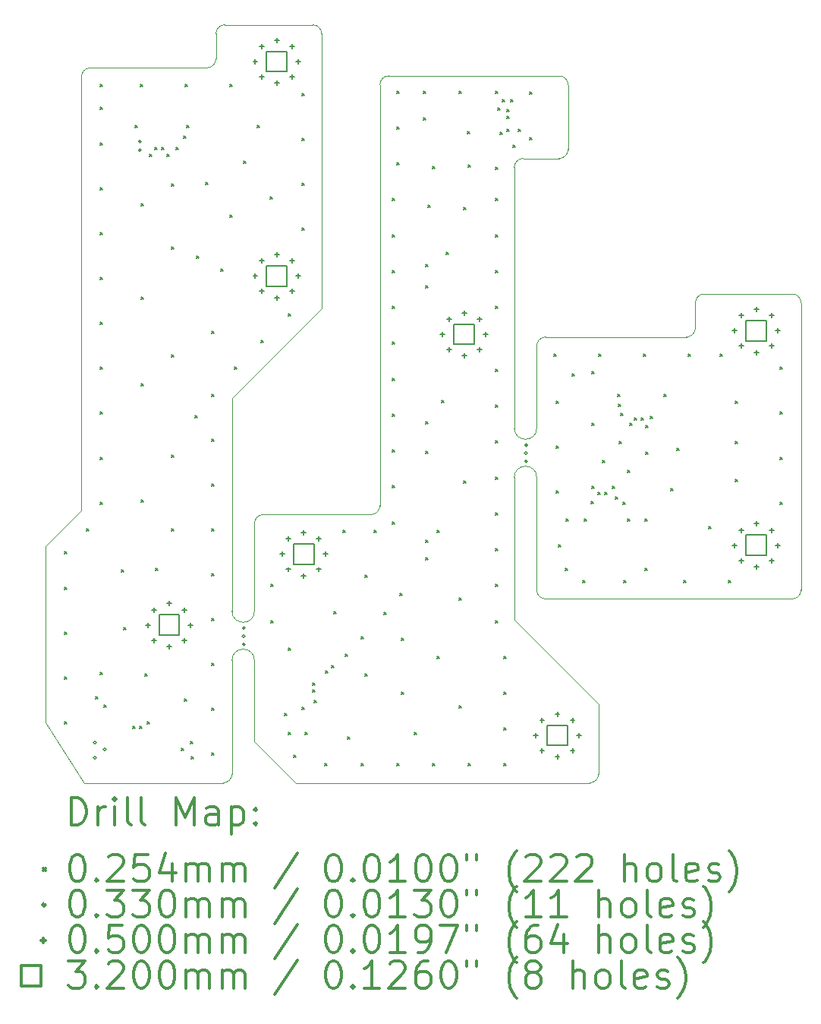
<source format=gbr>
%FSLAX45Y45*%
G04 Gerber Fmt 4.5, Leading zero omitted, Abs format (unit mm)*
G04 Created by KiCad (PCBNEW (5.1.10)-1) date 2021-10-19 18:18:58*
%MOMM*%
%LPD*%
G01*
G04 APERTURE LIST*
%TA.AperFunction,Profile*%
%ADD10C,0.050000*%
%TD*%
%ADD11C,0.200000*%
%ADD12C,0.300000*%
G04 APERTURE END LIST*
D10*
X16310000Y-22820000D02*
X15880000Y-22145000D01*
X17960000Y-21455000D02*
X17960000Y-22720000D01*
X18210000Y-19930000D02*
X18210000Y-20905000D01*
X17960000Y-21455000D02*
G75*
G02*
X18210000Y-21455000I125000J0D01*
G01*
X17960000Y-20910000D02*
X17960000Y-20905000D01*
X18210000Y-20905000D02*
G75*
G02*
X17960000Y-20905000I-125000J0D01*
G01*
X21110000Y-18870000D02*
X21110000Y-18865000D01*
X21110000Y-15960000D02*
X21110000Y-18870000D01*
X21360000Y-19415000D02*
X21360000Y-20670000D01*
X21360000Y-17950000D02*
X21360100Y-18865000D01*
X21110000Y-19415000D02*
G75*
G02*
X21360000Y-19415000I125000J0D01*
G01*
X21360100Y-18865000D02*
G75*
G02*
X21110000Y-18870000I-125100J0D01*
G01*
X17960000Y-22720000D02*
G75*
G02*
X17860000Y-22820000I-100000J0D01*
G01*
X15880000Y-22145000D02*
X15880000Y-20180000D01*
X15880000Y-20180000D02*
X16280000Y-19780000D01*
X21360000Y-17950000D02*
G75*
G02*
X21460000Y-17850000I100000J0D01*
G01*
X24310000Y-20670000D02*
G75*
G02*
X24210000Y-20770000I-100000J0D01*
G01*
X24210000Y-20770000D02*
X21460000Y-20770000D01*
X24310000Y-17470000D02*
X24310000Y-20670000D01*
X23230000Y-17370000D02*
X24210000Y-17370000D01*
X23130000Y-17750000D02*
X23130000Y-17470000D01*
X24210000Y-17370000D02*
G75*
G02*
X24310000Y-17470000I0J-100000D01*
G01*
X21460000Y-17850000D02*
X23030000Y-17850000D01*
X23130000Y-17750000D02*
G75*
G02*
X23030000Y-17850000I-100000J0D01*
G01*
X21460000Y-20770000D02*
G75*
G02*
X21360000Y-20670000I0J100000D01*
G01*
X23130000Y-17470000D02*
G75*
G02*
X23230000Y-17370000I100000J0D01*
G01*
X22050000Y-21940000D02*
X21110000Y-21000000D01*
X19610000Y-15040000D02*
G75*
G02*
X19710000Y-14940000I100000J0D01*
G01*
X21710000Y-15760000D02*
G75*
G02*
X21610000Y-15860000I-100000J0D01*
G01*
X21610000Y-14940000D02*
G75*
G02*
X21710000Y-15040000I0J-100000D01*
G01*
X21110000Y-21000000D02*
X21110000Y-20780000D01*
X21110000Y-19415000D02*
X21110000Y-20780000D01*
X21610000Y-15860000D02*
X21210000Y-15860000D01*
X21710000Y-15040000D02*
X21710000Y-15760000D01*
X22050000Y-22720000D02*
G75*
G02*
X21950000Y-22820000I-100000J0D01*
G01*
X22050000Y-22720000D02*
X22050000Y-21940000D01*
X19710000Y-14940000D02*
X19710000Y-14940000D01*
X20010000Y-14940000D02*
X19710000Y-14940000D01*
X21150000Y-22820000D02*
X21950000Y-22820000D01*
X21610000Y-14940000D02*
X20010000Y-14940000D01*
X18210000Y-19930000D02*
G75*
G02*
X18310000Y-19830000I100000J0D01*
G01*
X19610000Y-19730000D02*
G75*
G02*
X19510000Y-19830000I-100000J0D01*
G01*
X18310000Y-19830000D02*
X19510000Y-19830000D01*
X19610000Y-19730000D02*
X19610000Y-15040000D01*
X18670000Y-22820000D02*
X18210000Y-22360000D01*
X18210000Y-22360000D02*
X18210000Y-21455000D01*
X21150000Y-22820000D02*
X18670000Y-22820000D01*
X21110000Y-15960000D02*
G75*
G02*
X21210000Y-15860000I100000J0D01*
G01*
X18860000Y-14370000D02*
G75*
G02*
X18960000Y-14470000I0J-100000D01*
G01*
X16380000Y-14850000D02*
X17680000Y-14850000D01*
X18960000Y-14470000D02*
X18960000Y-17530000D01*
X17780000Y-14750000D02*
X17780000Y-14470000D01*
X16280000Y-17670000D02*
X16280000Y-14950000D01*
X16280000Y-14950000D02*
G75*
G02*
X16380000Y-14850000I100000J0D01*
G01*
X17780000Y-14470000D02*
G75*
G02*
X17880000Y-14370000I100000J0D01*
G01*
X17780000Y-14750000D02*
G75*
G02*
X17680000Y-14850000I-100000J0D01*
G01*
X17860000Y-22820000D02*
X16310000Y-22820000D01*
X17880000Y-14370000D02*
X18860000Y-14370000D01*
X17960000Y-18530000D02*
X18960000Y-17530000D01*
X16280000Y-19780000D02*
X16280000Y-17670000D01*
X17960000Y-20910000D02*
X17960000Y-18530000D01*
D11*
X16087300Y-20237300D02*
X16112700Y-20262700D01*
X16112700Y-20237300D02*
X16087300Y-20262700D01*
X16087300Y-20637300D02*
X16112700Y-20662700D01*
X16112700Y-20637300D02*
X16087300Y-20662700D01*
X16087300Y-21137300D02*
X16112700Y-21162700D01*
X16112700Y-21137300D02*
X16087300Y-21162700D01*
X16087300Y-21637300D02*
X16112700Y-21662700D01*
X16112700Y-21637300D02*
X16087300Y-21662700D01*
X16087300Y-22137300D02*
X16112700Y-22162700D01*
X16112700Y-22137300D02*
X16087300Y-22162700D01*
X16337300Y-19987300D02*
X16362700Y-20012700D01*
X16362700Y-19987300D02*
X16337300Y-20012700D01*
X16437300Y-21857300D02*
X16462700Y-21882700D01*
X16462700Y-21857300D02*
X16437300Y-21882700D01*
X16487300Y-15037300D02*
X16512700Y-15062700D01*
X16512700Y-15037300D02*
X16487300Y-15062700D01*
X16487300Y-15287300D02*
X16512700Y-15312700D01*
X16512700Y-15287300D02*
X16487300Y-15312700D01*
X16487300Y-15687300D02*
X16512700Y-15712700D01*
X16512700Y-15687300D02*
X16487300Y-15712700D01*
X16487300Y-16187300D02*
X16512700Y-16212700D01*
X16512700Y-16187300D02*
X16487300Y-16212700D01*
X16487300Y-16687300D02*
X16512700Y-16712700D01*
X16512700Y-16687300D02*
X16487300Y-16712700D01*
X16487300Y-17187300D02*
X16512700Y-17212700D01*
X16512700Y-17187300D02*
X16487300Y-17212700D01*
X16487300Y-17687300D02*
X16512700Y-17712700D01*
X16512700Y-17687300D02*
X16487300Y-17712700D01*
X16487300Y-18187300D02*
X16512700Y-18212700D01*
X16512700Y-18187300D02*
X16487300Y-18212700D01*
X16487300Y-18687300D02*
X16512700Y-18712700D01*
X16512700Y-18687300D02*
X16487300Y-18712700D01*
X16487300Y-19187300D02*
X16512700Y-19212700D01*
X16512700Y-19187300D02*
X16487300Y-19212700D01*
X16487300Y-19687300D02*
X16512700Y-19712700D01*
X16512700Y-19687300D02*
X16487300Y-19712700D01*
X16487300Y-21587300D02*
X16512700Y-21612700D01*
X16512700Y-21587300D02*
X16487300Y-21612700D01*
X16527300Y-21947300D02*
X16552700Y-21972700D01*
X16552700Y-21947300D02*
X16527300Y-21972700D01*
X16727300Y-20447300D02*
X16752700Y-20472700D01*
X16752700Y-20447300D02*
X16727300Y-20472700D01*
X16747300Y-21087300D02*
X16772700Y-21112700D01*
X16772700Y-21087300D02*
X16747300Y-21112700D01*
X16849400Y-22187300D02*
X16874800Y-22212700D01*
X16874800Y-22187300D02*
X16849400Y-22212700D01*
X16877300Y-15487300D02*
X16902700Y-15512700D01*
X16902700Y-15487300D02*
X16877300Y-15512700D01*
X16925200Y-22187300D02*
X16950600Y-22212700D01*
X16950600Y-22187300D02*
X16925200Y-22212700D01*
X16937300Y-15037300D02*
X16962700Y-15062700D01*
X16962700Y-15037300D02*
X16937300Y-15062700D01*
X16947300Y-16367300D02*
X16972700Y-16392700D01*
X16972700Y-16367300D02*
X16947300Y-16392700D01*
X16947300Y-17407300D02*
X16972700Y-17432700D01*
X16972700Y-17407300D02*
X16947300Y-17432700D01*
X16947300Y-18367300D02*
X16972700Y-18392700D01*
X16972700Y-18367300D02*
X16947300Y-18392700D01*
X16947300Y-19667300D02*
X16972700Y-19692700D01*
X16972700Y-19667300D02*
X16947300Y-19692700D01*
X16987300Y-21607300D02*
X17012700Y-21632700D01*
X17012700Y-21607300D02*
X16987300Y-21632700D01*
X17017300Y-22137300D02*
X17042700Y-22162700D01*
X17042700Y-22137300D02*
X17017300Y-22162700D01*
X17037300Y-15812300D02*
X17062700Y-15837700D01*
X17062700Y-15812300D02*
X17037300Y-15837700D01*
X17101050Y-15738933D02*
X17126450Y-15764333D01*
X17126450Y-15738933D02*
X17101050Y-15764333D01*
X17107300Y-20427300D02*
X17132700Y-20452700D01*
X17132700Y-20427300D02*
X17107300Y-20452700D01*
X17176850Y-15738933D02*
X17202250Y-15764333D01*
X17202250Y-15738933D02*
X17176850Y-15764333D01*
X17237300Y-15812300D02*
X17262700Y-15837700D01*
X17262700Y-15812300D02*
X17237300Y-15837700D01*
X17287300Y-16147300D02*
X17312700Y-16172700D01*
X17312700Y-16147300D02*
X17287300Y-16172700D01*
X17287300Y-16847300D02*
X17312700Y-16872700D01*
X17312700Y-16847300D02*
X17287300Y-16872700D01*
X17287300Y-18047300D02*
X17312700Y-18072700D01*
X17312700Y-18047300D02*
X17287300Y-18072700D01*
X17287300Y-19167300D02*
X17312700Y-19192700D01*
X17312700Y-19167300D02*
X17287300Y-19192700D01*
X17287300Y-19987300D02*
X17312700Y-20012700D01*
X17312700Y-19987300D02*
X17287300Y-20012700D01*
X17337300Y-15737300D02*
X17362700Y-15762700D01*
X17362700Y-15737300D02*
X17337300Y-15762700D01*
X17397300Y-22437300D02*
X17422700Y-22462700D01*
X17422700Y-22437300D02*
X17397300Y-22462700D01*
X17417300Y-15607300D02*
X17442700Y-15632700D01*
X17442700Y-15607300D02*
X17417300Y-15632700D01*
X17427300Y-21887300D02*
X17452700Y-21912700D01*
X17452700Y-21887300D02*
X17427300Y-21912700D01*
X17437300Y-15037300D02*
X17462700Y-15062700D01*
X17462700Y-15037300D02*
X17437300Y-15062700D01*
X17457300Y-15487300D02*
X17482700Y-15512700D01*
X17482700Y-15487300D02*
X17457300Y-15512700D01*
X17497300Y-22357300D02*
X17522700Y-22382700D01*
X17522700Y-22357300D02*
X17497300Y-22382700D01*
X17507300Y-22527300D02*
X17532700Y-22552700D01*
X17532700Y-22527300D02*
X17507300Y-22552700D01*
X17547300Y-18727300D02*
X17572700Y-18752700D01*
X17572700Y-18727300D02*
X17547300Y-18752700D01*
X17567300Y-16947300D02*
X17592700Y-16972700D01*
X17592700Y-16947300D02*
X17567300Y-16972700D01*
X17667300Y-16127300D02*
X17692700Y-16152700D01*
X17692700Y-16127300D02*
X17667300Y-16152700D01*
X17737300Y-17787300D02*
X17762700Y-17812700D01*
X17762700Y-17787300D02*
X17737300Y-17812700D01*
X17737300Y-18487300D02*
X17762700Y-18512700D01*
X17762700Y-18487300D02*
X17737300Y-18512700D01*
X17737300Y-18987300D02*
X17762700Y-19012700D01*
X17762700Y-18987300D02*
X17737300Y-19012700D01*
X17737300Y-19487300D02*
X17762700Y-19512700D01*
X17762700Y-19487300D02*
X17737300Y-19512700D01*
X17737300Y-19987300D02*
X17762700Y-20012700D01*
X17762700Y-19987300D02*
X17737300Y-20012700D01*
X17737300Y-20487300D02*
X17762700Y-20512700D01*
X17762700Y-20487300D02*
X17737300Y-20512700D01*
X17737300Y-20987300D02*
X17762700Y-21012700D01*
X17762700Y-20987300D02*
X17737300Y-21012700D01*
X17737300Y-21487300D02*
X17762700Y-21512700D01*
X17762700Y-21487300D02*
X17737300Y-21512700D01*
X17737300Y-21987300D02*
X17762700Y-22012700D01*
X17762700Y-21987300D02*
X17737300Y-22012700D01*
X17737300Y-22487300D02*
X17762700Y-22512700D01*
X17762700Y-22487300D02*
X17737300Y-22512700D01*
X17837300Y-17087300D02*
X17862700Y-17112700D01*
X17862700Y-17087300D02*
X17837300Y-17112700D01*
X17937300Y-15037300D02*
X17962700Y-15062700D01*
X17962700Y-15037300D02*
X17937300Y-15062700D01*
X17937300Y-16487300D02*
X17962700Y-16512700D01*
X17962700Y-16487300D02*
X17937300Y-16512700D01*
X17987300Y-18187300D02*
X18012700Y-18212700D01*
X18012700Y-18187300D02*
X17987300Y-18212700D01*
X18087300Y-15887300D02*
X18112700Y-15912700D01*
X18112700Y-15887300D02*
X18087300Y-15912700D01*
X18237300Y-15487300D02*
X18262700Y-15512700D01*
X18262700Y-15487300D02*
X18237300Y-15512700D01*
X18287300Y-17887300D02*
X18312700Y-17912700D01*
X18312700Y-17887300D02*
X18287300Y-17912700D01*
X18387300Y-16287300D02*
X18412700Y-16312700D01*
X18412700Y-16287300D02*
X18387300Y-16312700D01*
X18397300Y-20607300D02*
X18422700Y-20632700D01*
X18422700Y-20607300D02*
X18397300Y-20632700D01*
X18397300Y-21007300D02*
X18422700Y-21032700D01*
X18422700Y-21007300D02*
X18397300Y-21032700D01*
X18549100Y-22045500D02*
X18574500Y-22070900D01*
X18574500Y-22045500D02*
X18549100Y-22070900D01*
X18587300Y-17587300D02*
X18612700Y-17612700D01*
X18612700Y-17587300D02*
X18587300Y-17612700D01*
X18587300Y-21317300D02*
X18612700Y-21342700D01*
X18612700Y-21317300D02*
X18587300Y-21342700D01*
X18589100Y-22257900D02*
X18614500Y-22283300D01*
X18614500Y-22257900D02*
X18589100Y-22283300D01*
X18647300Y-22507300D02*
X18672700Y-22532700D01*
X18672700Y-22507300D02*
X18647300Y-22532700D01*
X18737300Y-15137300D02*
X18762700Y-15162700D01*
X18762700Y-15137300D02*
X18737300Y-15162700D01*
X18737300Y-15637300D02*
X18762700Y-15662700D01*
X18762700Y-15637300D02*
X18737300Y-15662700D01*
X18737300Y-16137300D02*
X18762700Y-16162700D01*
X18762700Y-16137300D02*
X18737300Y-16162700D01*
X18737300Y-16637300D02*
X18762700Y-16662700D01*
X18762700Y-16637300D02*
X18737300Y-16662700D01*
X18737300Y-21977300D02*
X18762700Y-22002700D01*
X18762700Y-21977300D02*
X18737300Y-22002700D01*
X18777300Y-22257300D02*
X18802700Y-22282700D01*
X18802700Y-22257300D02*
X18777300Y-22282700D01*
X18857300Y-21709400D02*
X18882700Y-21734800D01*
X18882700Y-21709400D02*
X18857300Y-21734800D01*
X18857300Y-21785200D02*
X18882700Y-21810600D01*
X18882700Y-21785200D02*
X18857300Y-21810600D01*
X18877300Y-21897300D02*
X18902700Y-21922700D01*
X18902700Y-21897300D02*
X18877300Y-21922700D01*
X18997300Y-22607300D02*
X19022700Y-22632700D01*
X19022700Y-22607300D02*
X18997300Y-22632700D01*
X19007300Y-21567300D02*
X19032700Y-21592700D01*
X19032700Y-21567300D02*
X19007300Y-21592700D01*
X19067300Y-21507300D02*
X19092700Y-21532700D01*
X19092700Y-21507300D02*
X19067300Y-21532700D01*
X19097300Y-20907300D02*
X19122700Y-20932700D01*
X19122700Y-20907300D02*
X19097300Y-20932700D01*
X19197300Y-20007300D02*
X19222700Y-20032700D01*
X19222700Y-20007300D02*
X19197300Y-20032700D01*
X19227300Y-21387300D02*
X19252700Y-21412700D01*
X19252700Y-21387300D02*
X19227300Y-21412700D01*
X19247300Y-22307300D02*
X19272700Y-22332700D01*
X19272700Y-22307300D02*
X19247300Y-22332700D01*
X19397300Y-21187300D02*
X19422700Y-21212700D01*
X19422700Y-21187300D02*
X19397300Y-21212700D01*
X19397300Y-22607300D02*
X19422700Y-22632700D01*
X19422700Y-22607300D02*
X19397300Y-22632700D01*
X19447300Y-20507300D02*
X19472700Y-20532700D01*
X19472700Y-20507300D02*
X19447300Y-20532700D01*
X19447300Y-21607300D02*
X19472700Y-21632700D01*
X19472700Y-21607300D02*
X19447300Y-21632700D01*
X19547300Y-20007300D02*
X19572700Y-20032700D01*
X19572700Y-20007300D02*
X19547300Y-20032700D01*
X19657300Y-20917300D02*
X19682700Y-20942700D01*
X19682700Y-20917300D02*
X19657300Y-20942700D01*
X19747300Y-16307300D02*
X19772700Y-16332700D01*
X19772700Y-16307300D02*
X19747300Y-16332700D01*
X19747300Y-16707300D02*
X19772700Y-16732700D01*
X19772700Y-16707300D02*
X19747300Y-16732700D01*
X19747300Y-17107300D02*
X19772700Y-17132700D01*
X19772700Y-17107300D02*
X19747300Y-17132700D01*
X19747300Y-17507300D02*
X19772700Y-17532700D01*
X19772700Y-17507300D02*
X19747300Y-17532700D01*
X19747300Y-17907300D02*
X19772700Y-17932700D01*
X19772700Y-17907300D02*
X19747300Y-17932700D01*
X19747300Y-18307300D02*
X19772700Y-18332700D01*
X19772700Y-18307300D02*
X19747300Y-18332700D01*
X19747300Y-18707300D02*
X19772700Y-18732700D01*
X19772700Y-18707300D02*
X19747300Y-18732700D01*
X19747300Y-19107300D02*
X19772700Y-19132700D01*
X19772700Y-19107300D02*
X19747300Y-19132700D01*
X19747300Y-19507300D02*
X19772700Y-19532700D01*
X19772700Y-19507300D02*
X19747300Y-19532700D01*
X19747300Y-19907300D02*
X19772700Y-19932700D01*
X19772700Y-19907300D02*
X19747300Y-19932700D01*
X19797300Y-15107300D02*
X19822700Y-15132700D01*
X19822700Y-15107300D02*
X19797300Y-15132700D01*
X19797300Y-15507300D02*
X19822700Y-15532700D01*
X19822700Y-15507300D02*
X19797300Y-15532700D01*
X19797300Y-15907300D02*
X19822700Y-15932700D01*
X19822700Y-15907300D02*
X19797300Y-15932700D01*
X19797300Y-22607300D02*
X19822700Y-22632700D01*
X19822700Y-22607300D02*
X19797300Y-22632700D01*
X19837300Y-20707300D02*
X19862700Y-20732700D01*
X19862700Y-20707300D02*
X19837300Y-20732700D01*
X19847300Y-21207300D02*
X19872700Y-21232700D01*
X19872700Y-21207300D02*
X19847300Y-21232700D01*
X19847300Y-21807300D02*
X19872700Y-21832700D01*
X19872700Y-21807300D02*
X19847300Y-21832700D01*
X19997300Y-22257300D02*
X20022700Y-22282700D01*
X20022700Y-22257300D02*
X19997300Y-22282700D01*
X20097300Y-15107300D02*
X20122700Y-15132700D01*
X20122700Y-15107300D02*
X20097300Y-15132700D01*
X20097300Y-15407300D02*
X20122700Y-15432700D01*
X20122700Y-15407300D02*
X20097300Y-15432700D01*
X20117300Y-17037300D02*
X20142700Y-17062700D01*
X20142700Y-17037300D02*
X20117300Y-17062700D01*
X20117300Y-17277300D02*
X20142700Y-17302700D01*
X20142700Y-17277300D02*
X20117300Y-17302700D01*
X20117300Y-18797300D02*
X20142700Y-18822700D01*
X20142700Y-18797300D02*
X20117300Y-18822700D01*
X20117300Y-19127300D02*
X20142700Y-19152700D01*
X20142700Y-19127300D02*
X20117300Y-19152700D01*
X20117300Y-20117300D02*
X20142700Y-20142700D01*
X20142700Y-20117300D02*
X20117300Y-20142700D01*
X20117300Y-20307300D02*
X20142700Y-20332700D01*
X20142700Y-20307300D02*
X20117300Y-20332700D01*
X20147300Y-16377300D02*
X20172700Y-16402700D01*
X20172700Y-16377300D02*
X20147300Y-16402700D01*
X20197300Y-15947300D02*
X20222700Y-15972700D01*
X20222700Y-15947300D02*
X20197300Y-15972700D01*
X20197300Y-22607300D02*
X20222700Y-22632700D01*
X20222700Y-22607300D02*
X20197300Y-22632700D01*
X20247300Y-20007300D02*
X20272700Y-20032700D01*
X20272700Y-20007300D02*
X20247300Y-20032700D01*
X20247300Y-21407300D02*
X20272700Y-21432700D01*
X20272700Y-21407300D02*
X20247300Y-21432700D01*
X20297300Y-18557300D02*
X20322700Y-18582700D01*
X20322700Y-18557300D02*
X20297300Y-18582700D01*
X20347300Y-16907300D02*
X20372700Y-16932700D01*
X20372700Y-16907300D02*
X20347300Y-16932700D01*
X20497300Y-15107300D02*
X20522700Y-15132700D01*
X20522700Y-15107300D02*
X20497300Y-15132700D01*
X20497300Y-20757300D02*
X20522700Y-20782700D01*
X20522700Y-20757300D02*
X20497300Y-20782700D01*
X20497300Y-21957300D02*
X20522700Y-21982700D01*
X20522700Y-21957300D02*
X20497300Y-21982700D01*
X20547300Y-16407300D02*
X20572700Y-16432700D01*
X20572700Y-16407300D02*
X20547300Y-16432700D01*
X20547300Y-19457300D02*
X20572700Y-19482700D01*
X20572700Y-19457300D02*
X20547300Y-19482700D01*
X20587300Y-15557300D02*
X20612700Y-15582700D01*
X20612700Y-15557300D02*
X20587300Y-15582700D01*
X20597300Y-15927300D02*
X20622700Y-15952700D01*
X20622700Y-15927300D02*
X20597300Y-15952700D01*
X20597300Y-22607300D02*
X20622700Y-22632700D01*
X20622700Y-22607300D02*
X20597300Y-22632700D01*
X20897300Y-15107300D02*
X20922700Y-15132700D01*
X20922700Y-15107300D02*
X20897300Y-15132700D01*
X20897300Y-15957300D02*
X20922700Y-15982700D01*
X20922700Y-15957300D02*
X20897300Y-15982700D01*
X20897300Y-16307300D02*
X20922700Y-16332700D01*
X20922700Y-16307300D02*
X20897300Y-16332700D01*
X20897300Y-16707300D02*
X20922700Y-16732700D01*
X20922700Y-16707300D02*
X20897300Y-16732700D01*
X20897300Y-17107300D02*
X20922700Y-17132700D01*
X20922700Y-17107300D02*
X20897300Y-17132700D01*
X20897300Y-17507300D02*
X20922700Y-17532700D01*
X20922700Y-17507300D02*
X20897300Y-17532700D01*
X20897300Y-18207300D02*
X20922700Y-18232700D01*
X20922700Y-18207300D02*
X20897300Y-18232700D01*
X20897300Y-18607300D02*
X20922700Y-18632700D01*
X20922700Y-18607300D02*
X20897300Y-18632700D01*
X20897300Y-19007300D02*
X20922700Y-19032700D01*
X20922700Y-19007300D02*
X20897300Y-19032700D01*
X20897300Y-19407300D02*
X20922700Y-19432700D01*
X20922700Y-19407300D02*
X20897300Y-19432700D01*
X20897300Y-19807300D02*
X20922700Y-19832700D01*
X20922700Y-19807300D02*
X20897300Y-19832700D01*
X20897300Y-20207300D02*
X20922700Y-20232700D01*
X20922700Y-20207300D02*
X20897300Y-20232700D01*
X20897300Y-20607300D02*
X20922700Y-20632700D01*
X20922700Y-20607300D02*
X20897300Y-20632700D01*
X20897300Y-21007300D02*
X20922700Y-21032700D01*
X20922700Y-21007300D02*
X20897300Y-21032700D01*
X20927300Y-15297300D02*
X20952700Y-15322700D01*
X20952700Y-15297300D02*
X20927300Y-15322700D01*
X20947300Y-15567300D02*
X20972700Y-15592700D01*
X20972700Y-15567300D02*
X20947300Y-15592700D01*
X20977300Y-15207300D02*
X21002700Y-15232700D01*
X21002700Y-15207300D02*
X20977300Y-15232700D01*
X20997300Y-21407300D02*
X21022700Y-21432700D01*
X21022700Y-21407300D02*
X20997300Y-21432700D01*
X20997300Y-21807300D02*
X21022700Y-21832700D01*
X21022700Y-21807300D02*
X20997300Y-21832700D01*
X20997300Y-22207300D02*
X21022700Y-22232700D01*
X21022700Y-22207300D02*
X20997300Y-22232700D01*
X20997300Y-22607300D02*
X21022700Y-22632700D01*
X21022700Y-22607300D02*
X20997300Y-22632700D01*
X21027300Y-15537300D02*
X21052700Y-15562700D01*
X21052700Y-15537300D02*
X21027300Y-15562700D01*
X21029000Y-15314400D02*
X21054400Y-15339800D01*
X21054400Y-15314400D02*
X21029000Y-15339800D01*
X21029000Y-15390200D02*
X21054400Y-15415600D01*
X21054400Y-15390200D02*
X21029000Y-15415600D01*
X21067300Y-15207300D02*
X21092700Y-15232700D01*
X21092700Y-15207300D02*
X21067300Y-15232700D01*
X21097300Y-15707300D02*
X21122700Y-15732700D01*
X21122700Y-15707300D02*
X21097300Y-15732700D01*
X21157300Y-15537300D02*
X21182700Y-15562700D01*
X21182700Y-15537300D02*
X21157300Y-15562700D01*
X21277300Y-15117300D02*
X21302700Y-15142700D01*
X21302700Y-15117300D02*
X21277300Y-15142700D01*
X21277300Y-15627300D02*
X21302700Y-15652700D01*
X21302700Y-15627300D02*
X21277300Y-15652700D01*
X21552300Y-18037300D02*
X21577700Y-18062700D01*
X21577700Y-18037300D02*
X21552300Y-18062700D01*
X21577300Y-18562300D02*
X21602700Y-18587700D01*
X21602700Y-18562300D02*
X21577300Y-18587700D01*
X21577300Y-19062300D02*
X21602700Y-19087700D01*
X21602700Y-19062300D02*
X21577300Y-19087700D01*
X21577300Y-19562300D02*
X21602700Y-19587700D01*
X21602700Y-19562300D02*
X21577300Y-19587700D01*
X21602300Y-20162300D02*
X21627700Y-20187700D01*
X21627700Y-20162300D02*
X21602300Y-20187700D01*
X21677850Y-20430750D02*
X21703250Y-20456150D01*
X21703250Y-20430750D02*
X21677850Y-20456150D01*
X21684200Y-19878300D02*
X21709600Y-19903700D01*
X21709600Y-19878300D02*
X21684200Y-19903700D01*
X21752300Y-18262300D02*
X21777700Y-18287700D01*
X21777700Y-18262300D02*
X21752300Y-18287700D01*
X21877300Y-20562300D02*
X21902700Y-20587700D01*
X21902700Y-20562300D02*
X21877300Y-20587700D01*
X21893750Y-19878300D02*
X21919150Y-19903700D01*
X21919150Y-19878300D02*
X21893750Y-19903700D01*
X21967300Y-19685150D02*
X21992700Y-19710550D01*
X21992700Y-19685150D02*
X21967300Y-19710550D01*
X21977300Y-18237300D02*
X22002700Y-18262700D01*
X22002700Y-18237300D02*
X21977300Y-18262700D01*
X21977300Y-18812300D02*
X22002700Y-18837700D01*
X22002700Y-18812300D02*
X21977300Y-18837700D01*
X21977300Y-19512300D02*
X22002700Y-19537700D01*
X22002700Y-19512300D02*
X21977300Y-19537700D01*
X22046350Y-19579850D02*
X22071750Y-19605250D01*
X22071750Y-19579850D02*
X22046350Y-19605250D01*
X22052300Y-18037300D02*
X22077700Y-18062700D01*
X22077700Y-18037300D02*
X22052300Y-18062700D01*
X22097300Y-19227300D02*
X22122700Y-19252700D01*
X22122700Y-19227300D02*
X22097300Y-19252700D01*
X22122150Y-19579850D02*
X22147550Y-19605250D01*
X22147550Y-19579850D02*
X22122150Y-19605250D01*
X22202300Y-19512300D02*
X22227700Y-19537700D01*
X22227700Y-19512300D02*
X22202300Y-19537700D01*
X22236650Y-19630650D02*
X22262050Y-19656050D01*
X22262050Y-19630650D02*
X22236650Y-19656050D01*
X22262050Y-18487650D02*
X22287450Y-18513050D01*
X22287450Y-18487650D02*
X22262050Y-18513050D01*
X22268400Y-18601950D02*
X22293800Y-18627350D01*
X22293800Y-18601950D02*
X22268400Y-18627350D01*
X22277300Y-19017300D02*
X22302700Y-19042700D01*
X22302700Y-19017300D02*
X22277300Y-19042700D01*
X22293800Y-18697200D02*
X22319200Y-18722600D01*
X22319200Y-18697200D02*
X22293800Y-18722600D01*
X22325550Y-19687800D02*
X22350950Y-19713200D01*
X22350950Y-19687800D02*
X22325550Y-19713200D01*
X22327300Y-20562300D02*
X22352700Y-20587700D01*
X22352700Y-20562300D02*
X22327300Y-20587700D01*
X22370000Y-19878300D02*
X22395400Y-19903700D01*
X22395400Y-19878300D02*
X22370000Y-19903700D01*
X22377300Y-19337300D02*
X22402700Y-19362700D01*
X22402700Y-19337300D02*
X22377300Y-19362700D01*
X22402300Y-18812300D02*
X22427700Y-18837700D01*
X22427700Y-18812300D02*
X22402300Y-18837700D01*
X22451050Y-18748000D02*
X22476450Y-18773400D01*
X22476450Y-18748000D02*
X22451050Y-18773400D01*
X22526850Y-18748000D02*
X22552250Y-18773400D01*
X22552250Y-18748000D02*
X22526850Y-18773400D01*
X22552300Y-18037300D02*
X22577700Y-18062700D01*
X22577700Y-18037300D02*
X22552300Y-18062700D01*
X22566850Y-19878300D02*
X22592250Y-19903700D01*
X22592250Y-19878300D02*
X22566850Y-19903700D01*
X22566850Y-20424400D02*
X22592250Y-20449800D01*
X22592250Y-20424400D02*
X22566850Y-20449800D01*
X22577300Y-18837300D02*
X22602700Y-18862700D01*
X22602700Y-18837300D02*
X22577300Y-18862700D01*
X22577300Y-19129000D02*
X22602700Y-19154400D01*
X22602700Y-19129000D02*
X22577300Y-19154400D01*
X22630350Y-18735300D02*
X22655750Y-18760700D01*
X22655750Y-18735300D02*
X22630350Y-18760700D01*
X22776400Y-18487650D02*
X22801800Y-18513050D01*
X22801800Y-18487650D02*
X22776400Y-18513050D01*
X22852300Y-19537300D02*
X22877700Y-19562700D01*
X22877700Y-19537300D02*
X22852300Y-19562700D01*
X22927300Y-19087300D02*
X22952700Y-19112700D01*
X22952700Y-19087300D02*
X22927300Y-19112700D01*
X23002300Y-20562300D02*
X23027700Y-20587700D01*
X23027700Y-20562300D02*
X23002300Y-20587700D01*
X23052300Y-18037300D02*
X23077700Y-18062700D01*
X23077700Y-18037300D02*
X23052300Y-18062700D01*
X23277300Y-19962300D02*
X23302700Y-19987700D01*
X23302700Y-19962300D02*
X23277300Y-19987700D01*
X23402300Y-18037300D02*
X23427700Y-18062700D01*
X23427700Y-18037300D02*
X23402300Y-18062700D01*
X23502300Y-20562300D02*
X23527700Y-20587700D01*
X23527700Y-20562300D02*
X23502300Y-20587700D01*
X23577300Y-18562300D02*
X23602700Y-18587700D01*
X23602700Y-18562300D02*
X23577300Y-18587700D01*
X23577300Y-19012300D02*
X23602700Y-19037700D01*
X23602700Y-19012300D02*
X23577300Y-19037700D01*
X23577300Y-19437300D02*
X23602700Y-19462700D01*
X23602700Y-19437300D02*
X23577300Y-19462700D01*
X24077300Y-18187300D02*
X24102700Y-18212700D01*
X24102700Y-18187300D02*
X24077300Y-18212700D01*
X24077300Y-18687300D02*
X24102700Y-18712700D01*
X24102700Y-18687300D02*
X24077300Y-18712700D01*
X24077300Y-19187300D02*
X24102700Y-19212700D01*
X24102700Y-19187300D02*
X24077300Y-19212700D01*
X24077300Y-19687300D02*
X24102700Y-19712700D01*
X24102700Y-19687300D02*
X24077300Y-19712700D01*
X16446510Y-22370000D02*
G75*
G03*
X16446510Y-22370000I-16510J0D01*
G01*
X16446510Y-22540000D02*
G75*
G03*
X16446510Y-22540000I-16510J0D01*
G01*
X16556510Y-22450000D02*
G75*
G03*
X16556510Y-22450000I-16510J0D01*
G01*
X16946510Y-15670000D02*
G75*
G03*
X16946510Y-15670000I-16510J0D01*
G01*
X16946510Y-15770000D02*
G75*
G03*
X16946510Y-15770000I-16510J0D01*
G01*
X18106510Y-21095000D02*
G75*
G03*
X18106510Y-21095000I-16510J0D01*
G01*
X18106510Y-21185000D02*
G75*
G03*
X18106510Y-21185000I-16510J0D01*
G01*
X18106510Y-21275000D02*
G75*
G03*
X18106510Y-21275000I-16510J0D01*
G01*
X21256510Y-19055000D02*
G75*
G03*
X21256510Y-19055000I-16510J0D01*
G01*
X21256510Y-19145000D02*
G75*
G03*
X21256510Y-19145000I-16510J0D01*
G01*
X21256510Y-19235000D02*
G75*
G03*
X21256510Y-19235000I-16510J0D01*
G01*
X17020000Y-21035000D02*
X17020000Y-21085000D01*
X16995000Y-21060000D02*
X17045000Y-21060000D01*
X17090294Y-20865294D02*
X17090294Y-20915294D01*
X17065294Y-20890294D02*
X17115294Y-20890294D01*
X17090294Y-21204706D02*
X17090294Y-21254706D01*
X17065294Y-21229706D02*
X17115294Y-21229706D01*
X17260000Y-20795000D02*
X17260000Y-20845000D01*
X17235000Y-20820000D02*
X17285000Y-20820000D01*
X17260000Y-21275000D02*
X17260000Y-21325000D01*
X17235000Y-21300000D02*
X17285000Y-21300000D01*
X17429706Y-20865294D02*
X17429706Y-20915294D01*
X17404706Y-20890294D02*
X17454706Y-20890294D01*
X17429706Y-21204706D02*
X17429706Y-21254706D01*
X17404706Y-21229706D02*
X17454706Y-21229706D01*
X17500000Y-21035000D02*
X17500000Y-21085000D01*
X17475000Y-21060000D02*
X17525000Y-21060000D01*
X18220000Y-14755000D02*
X18220000Y-14805000D01*
X18195000Y-14780000D02*
X18245000Y-14780000D01*
X18220000Y-17145000D02*
X18220000Y-17195000D01*
X18195000Y-17170000D02*
X18245000Y-17170000D01*
X18290294Y-14585294D02*
X18290294Y-14635294D01*
X18265294Y-14610294D02*
X18315294Y-14610294D01*
X18290294Y-14924706D02*
X18290294Y-14974706D01*
X18265294Y-14949706D02*
X18315294Y-14949706D01*
X18290294Y-16975294D02*
X18290294Y-17025294D01*
X18265294Y-17000294D02*
X18315294Y-17000294D01*
X18290294Y-17314706D02*
X18290294Y-17364706D01*
X18265294Y-17339706D02*
X18315294Y-17339706D01*
X18460000Y-14515000D02*
X18460000Y-14565000D01*
X18435000Y-14540000D02*
X18485000Y-14540000D01*
X18460000Y-14995000D02*
X18460000Y-15045000D01*
X18435000Y-15020000D02*
X18485000Y-15020000D01*
X18460000Y-16905000D02*
X18460000Y-16955000D01*
X18435000Y-16930000D02*
X18485000Y-16930000D01*
X18460000Y-17385000D02*
X18460000Y-17435000D01*
X18435000Y-17410000D02*
X18485000Y-17410000D01*
X18520000Y-20245000D02*
X18520000Y-20295000D01*
X18495000Y-20270000D02*
X18545000Y-20270000D01*
X18590294Y-20075294D02*
X18590294Y-20125294D01*
X18565294Y-20100294D02*
X18615294Y-20100294D01*
X18590294Y-20414706D02*
X18590294Y-20464706D01*
X18565294Y-20439706D02*
X18615294Y-20439706D01*
X18629706Y-14585294D02*
X18629706Y-14635294D01*
X18604706Y-14610294D02*
X18654706Y-14610294D01*
X18629706Y-14924706D02*
X18629706Y-14974706D01*
X18604706Y-14949706D02*
X18654706Y-14949706D01*
X18629706Y-16975294D02*
X18629706Y-17025294D01*
X18604706Y-17000294D02*
X18654706Y-17000294D01*
X18629706Y-17314706D02*
X18629706Y-17364706D01*
X18604706Y-17339706D02*
X18654706Y-17339706D01*
X18700000Y-14755000D02*
X18700000Y-14805000D01*
X18675000Y-14780000D02*
X18725000Y-14780000D01*
X18700000Y-17145000D02*
X18700000Y-17195000D01*
X18675000Y-17170000D02*
X18725000Y-17170000D01*
X18760000Y-20005000D02*
X18760000Y-20055000D01*
X18735000Y-20030000D02*
X18785000Y-20030000D01*
X18760000Y-20485000D02*
X18760000Y-20535000D01*
X18735000Y-20510000D02*
X18785000Y-20510000D01*
X18929706Y-20075294D02*
X18929706Y-20125294D01*
X18904706Y-20100294D02*
X18954706Y-20100294D01*
X18929706Y-20414706D02*
X18929706Y-20464706D01*
X18904706Y-20439706D02*
X18954706Y-20439706D01*
X19000000Y-20245000D02*
X19000000Y-20295000D01*
X18975000Y-20270000D02*
X19025000Y-20270000D01*
X20310000Y-17795000D02*
X20310000Y-17845000D01*
X20285000Y-17820000D02*
X20335000Y-17820000D01*
X20380294Y-17625294D02*
X20380294Y-17675294D01*
X20355294Y-17650294D02*
X20405294Y-17650294D01*
X20380294Y-17964706D02*
X20380294Y-18014706D01*
X20355294Y-17989706D02*
X20405294Y-17989706D01*
X20550000Y-17555000D02*
X20550000Y-17605000D01*
X20525000Y-17580000D02*
X20575000Y-17580000D01*
X20550000Y-18035000D02*
X20550000Y-18085000D01*
X20525000Y-18060000D02*
X20575000Y-18060000D01*
X20719706Y-17625294D02*
X20719706Y-17675294D01*
X20694706Y-17650294D02*
X20744706Y-17650294D01*
X20719706Y-17964706D02*
X20719706Y-18014706D01*
X20694706Y-17989706D02*
X20744706Y-17989706D01*
X20790000Y-17795000D02*
X20790000Y-17845000D01*
X20765000Y-17820000D02*
X20815000Y-17820000D01*
X21350000Y-22265000D02*
X21350000Y-22315000D01*
X21325000Y-22290000D02*
X21375000Y-22290000D01*
X21420294Y-22095294D02*
X21420294Y-22145294D01*
X21395294Y-22120294D02*
X21445294Y-22120294D01*
X21420294Y-22434706D02*
X21420294Y-22484706D01*
X21395294Y-22459706D02*
X21445294Y-22459706D01*
X21590000Y-22025000D02*
X21590000Y-22075000D01*
X21565000Y-22050000D02*
X21615000Y-22050000D01*
X21590000Y-22505000D02*
X21590000Y-22555000D01*
X21565000Y-22530000D02*
X21615000Y-22530000D01*
X21759706Y-22095294D02*
X21759706Y-22145294D01*
X21734706Y-22120294D02*
X21784706Y-22120294D01*
X21759706Y-22434706D02*
X21759706Y-22484706D01*
X21734706Y-22459706D02*
X21784706Y-22459706D01*
X21830000Y-22265000D02*
X21830000Y-22315000D01*
X21805000Y-22290000D02*
X21855000Y-22290000D01*
X23570000Y-17755000D02*
X23570000Y-17805000D01*
X23545000Y-17780000D02*
X23595000Y-17780000D01*
X23570000Y-20145000D02*
X23570000Y-20195000D01*
X23545000Y-20170000D02*
X23595000Y-20170000D01*
X23640294Y-17585294D02*
X23640294Y-17635294D01*
X23615294Y-17610294D02*
X23665294Y-17610294D01*
X23640294Y-17924706D02*
X23640294Y-17974706D01*
X23615294Y-17949706D02*
X23665294Y-17949706D01*
X23640294Y-19975294D02*
X23640294Y-20025294D01*
X23615294Y-20000294D02*
X23665294Y-20000294D01*
X23640294Y-20314706D02*
X23640294Y-20364706D01*
X23615294Y-20339706D02*
X23665294Y-20339706D01*
X23810000Y-17515000D02*
X23810000Y-17565000D01*
X23785000Y-17540000D02*
X23835000Y-17540000D01*
X23810000Y-17995000D02*
X23810000Y-18045000D01*
X23785000Y-18020000D02*
X23835000Y-18020000D01*
X23810000Y-19905000D02*
X23810000Y-19955000D01*
X23785000Y-19930000D02*
X23835000Y-19930000D01*
X23810000Y-20385000D02*
X23810000Y-20435000D01*
X23785000Y-20410000D02*
X23835000Y-20410000D01*
X23979706Y-17585294D02*
X23979706Y-17635294D01*
X23954706Y-17610294D02*
X24004706Y-17610294D01*
X23979706Y-17924706D02*
X23979706Y-17974706D01*
X23954706Y-17949706D02*
X24004706Y-17949706D01*
X23979706Y-19975294D02*
X23979706Y-20025294D01*
X23954706Y-20000294D02*
X24004706Y-20000294D01*
X23979706Y-20314706D02*
X23979706Y-20364706D01*
X23954706Y-20339706D02*
X24004706Y-20339706D01*
X24050000Y-17755000D02*
X24050000Y-17805000D01*
X24025000Y-17780000D02*
X24075000Y-17780000D01*
X24050000Y-20145000D02*
X24050000Y-20195000D01*
X24025000Y-20170000D02*
X24075000Y-20170000D01*
X17373138Y-21173138D02*
X17373138Y-20946862D01*
X17146862Y-20946862D01*
X17146862Y-21173138D01*
X17373138Y-21173138D01*
X18573138Y-14893138D02*
X18573138Y-14666862D01*
X18346862Y-14666862D01*
X18346862Y-14893138D01*
X18573138Y-14893138D01*
X18573138Y-17283138D02*
X18573138Y-17056862D01*
X18346862Y-17056862D01*
X18346862Y-17283138D01*
X18573138Y-17283138D01*
X18873138Y-20383138D02*
X18873138Y-20156862D01*
X18646862Y-20156862D01*
X18646862Y-20383138D01*
X18873138Y-20383138D01*
X20663138Y-17933138D02*
X20663138Y-17706862D01*
X20436862Y-17706862D01*
X20436862Y-17933138D01*
X20663138Y-17933138D01*
X21703138Y-22403138D02*
X21703138Y-22176862D01*
X21476862Y-22176862D01*
X21476862Y-22403138D01*
X21703138Y-22403138D01*
X23923138Y-17893138D02*
X23923138Y-17666862D01*
X23696862Y-17666862D01*
X23696862Y-17893138D01*
X23923138Y-17893138D01*
X23923138Y-20283138D02*
X23923138Y-20056862D01*
X23696862Y-20056862D01*
X23696862Y-20283138D01*
X23923138Y-20283138D01*
D12*
X16163928Y-23288214D02*
X16163928Y-22988214D01*
X16235357Y-22988214D01*
X16278214Y-23002500D01*
X16306786Y-23031071D01*
X16321071Y-23059643D01*
X16335357Y-23116786D01*
X16335357Y-23159643D01*
X16321071Y-23216786D01*
X16306786Y-23245357D01*
X16278214Y-23273929D01*
X16235357Y-23288214D01*
X16163928Y-23288214D01*
X16463928Y-23288214D02*
X16463928Y-23088214D01*
X16463928Y-23145357D02*
X16478214Y-23116786D01*
X16492500Y-23102500D01*
X16521071Y-23088214D01*
X16549643Y-23088214D01*
X16649643Y-23288214D02*
X16649643Y-23088214D01*
X16649643Y-22988214D02*
X16635357Y-23002500D01*
X16649643Y-23016786D01*
X16663928Y-23002500D01*
X16649643Y-22988214D01*
X16649643Y-23016786D01*
X16835357Y-23288214D02*
X16806786Y-23273929D01*
X16792500Y-23245357D01*
X16792500Y-22988214D01*
X16992500Y-23288214D02*
X16963928Y-23273929D01*
X16949643Y-23245357D01*
X16949643Y-22988214D01*
X17335357Y-23288214D02*
X17335357Y-22988214D01*
X17435357Y-23202500D01*
X17535357Y-22988214D01*
X17535357Y-23288214D01*
X17806786Y-23288214D02*
X17806786Y-23131071D01*
X17792500Y-23102500D01*
X17763928Y-23088214D01*
X17706786Y-23088214D01*
X17678214Y-23102500D01*
X17806786Y-23273929D02*
X17778214Y-23288214D01*
X17706786Y-23288214D01*
X17678214Y-23273929D01*
X17663928Y-23245357D01*
X17663928Y-23216786D01*
X17678214Y-23188214D01*
X17706786Y-23173929D01*
X17778214Y-23173929D01*
X17806786Y-23159643D01*
X17949643Y-23088214D02*
X17949643Y-23388214D01*
X17949643Y-23102500D02*
X17978214Y-23088214D01*
X18035357Y-23088214D01*
X18063928Y-23102500D01*
X18078214Y-23116786D01*
X18092500Y-23145357D01*
X18092500Y-23231071D01*
X18078214Y-23259643D01*
X18063928Y-23273929D01*
X18035357Y-23288214D01*
X17978214Y-23288214D01*
X17949643Y-23273929D01*
X18221071Y-23259643D02*
X18235357Y-23273929D01*
X18221071Y-23288214D01*
X18206786Y-23273929D01*
X18221071Y-23259643D01*
X18221071Y-23288214D01*
X18221071Y-23102500D02*
X18235357Y-23116786D01*
X18221071Y-23131071D01*
X18206786Y-23116786D01*
X18221071Y-23102500D01*
X18221071Y-23131071D01*
X15852100Y-23769800D02*
X15877500Y-23795200D01*
X15877500Y-23769800D02*
X15852100Y-23795200D01*
X16221071Y-23618214D02*
X16249643Y-23618214D01*
X16278214Y-23632500D01*
X16292500Y-23646786D01*
X16306786Y-23675357D01*
X16321071Y-23732500D01*
X16321071Y-23803929D01*
X16306786Y-23861071D01*
X16292500Y-23889643D01*
X16278214Y-23903929D01*
X16249643Y-23918214D01*
X16221071Y-23918214D01*
X16192500Y-23903929D01*
X16178214Y-23889643D01*
X16163928Y-23861071D01*
X16149643Y-23803929D01*
X16149643Y-23732500D01*
X16163928Y-23675357D01*
X16178214Y-23646786D01*
X16192500Y-23632500D01*
X16221071Y-23618214D01*
X16449643Y-23889643D02*
X16463928Y-23903929D01*
X16449643Y-23918214D01*
X16435357Y-23903929D01*
X16449643Y-23889643D01*
X16449643Y-23918214D01*
X16578214Y-23646786D02*
X16592500Y-23632500D01*
X16621071Y-23618214D01*
X16692500Y-23618214D01*
X16721071Y-23632500D01*
X16735357Y-23646786D01*
X16749643Y-23675357D01*
X16749643Y-23703929D01*
X16735357Y-23746786D01*
X16563928Y-23918214D01*
X16749643Y-23918214D01*
X17021071Y-23618214D02*
X16878214Y-23618214D01*
X16863928Y-23761071D01*
X16878214Y-23746786D01*
X16906786Y-23732500D01*
X16978214Y-23732500D01*
X17006786Y-23746786D01*
X17021071Y-23761071D01*
X17035357Y-23789643D01*
X17035357Y-23861071D01*
X17021071Y-23889643D01*
X17006786Y-23903929D01*
X16978214Y-23918214D01*
X16906786Y-23918214D01*
X16878214Y-23903929D01*
X16863928Y-23889643D01*
X17292500Y-23718214D02*
X17292500Y-23918214D01*
X17221071Y-23603929D02*
X17149643Y-23818214D01*
X17335357Y-23818214D01*
X17449643Y-23918214D02*
X17449643Y-23718214D01*
X17449643Y-23746786D02*
X17463928Y-23732500D01*
X17492500Y-23718214D01*
X17535357Y-23718214D01*
X17563928Y-23732500D01*
X17578214Y-23761071D01*
X17578214Y-23918214D01*
X17578214Y-23761071D02*
X17592500Y-23732500D01*
X17621071Y-23718214D01*
X17663928Y-23718214D01*
X17692500Y-23732500D01*
X17706786Y-23761071D01*
X17706786Y-23918214D01*
X17849643Y-23918214D02*
X17849643Y-23718214D01*
X17849643Y-23746786D02*
X17863928Y-23732500D01*
X17892500Y-23718214D01*
X17935357Y-23718214D01*
X17963928Y-23732500D01*
X17978214Y-23761071D01*
X17978214Y-23918214D01*
X17978214Y-23761071D02*
X17992500Y-23732500D01*
X18021071Y-23718214D01*
X18063928Y-23718214D01*
X18092500Y-23732500D01*
X18106786Y-23761071D01*
X18106786Y-23918214D01*
X18692500Y-23603929D02*
X18435357Y-23989643D01*
X19078214Y-23618214D02*
X19106786Y-23618214D01*
X19135357Y-23632500D01*
X19149643Y-23646786D01*
X19163928Y-23675357D01*
X19178214Y-23732500D01*
X19178214Y-23803929D01*
X19163928Y-23861071D01*
X19149643Y-23889643D01*
X19135357Y-23903929D01*
X19106786Y-23918214D01*
X19078214Y-23918214D01*
X19049643Y-23903929D01*
X19035357Y-23889643D01*
X19021071Y-23861071D01*
X19006786Y-23803929D01*
X19006786Y-23732500D01*
X19021071Y-23675357D01*
X19035357Y-23646786D01*
X19049643Y-23632500D01*
X19078214Y-23618214D01*
X19306786Y-23889643D02*
X19321071Y-23903929D01*
X19306786Y-23918214D01*
X19292500Y-23903929D01*
X19306786Y-23889643D01*
X19306786Y-23918214D01*
X19506786Y-23618214D02*
X19535357Y-23618214D01*
X19563928Y-23632500D01*
X19578214Y-23646786D01*
X19592500Y-23675357D01*
X19606786Y-23732500D01*
X19606786Y-23803929D01*
X19592500Y-23861071D01*
X19578214Y-23889643D01*
X19563928Y-23903929D01*
X19535357Y-23918214D01*
X19506786Y-23918214D01*
X19478214Y-23903929D01*
X19463928Y-23889643D01*
X19449643Y-23861071D01*
X19435357Y-23803929D01*
X19435357Y-23732500D01*
X19449643Y-23675357D01*
X19463928Y-23646786D01*
X19478214Y-23632500D01*
X19506786Y-23618214D01*
X19892500Y-23918214D02*
X19721071Y-23918214D01*
X19806786Y-23918214D02*
X19806786Y-23618214D01*
X19778214Y-23661071D01*
X19749643Y-23689643D01*
X19721071Y-23703929D01*
X20078214Y-23618214D02*
X20106786Y-23618214D01*
X20135357Y-23632500D01*
X20149643Y-23646786D01*
X20163928Y-23675357D01*
X20178214Y-23732500D01*
X20178214Y-23803929D01*
X20163928Y-23861071D01*
X20149643Y-23889643D01*
X20135357Y-23903929D01*
X20106786Y-23918214D01*
X20078214Y-23918214D01*
X20049643Y-23903929D01*
X20035357Y-23889643D01*
X20021071Y-23861071D01*
X20006786Y-23803929D01*
X20006786Y-23732500D01*
X20021071Y-23675357D01*
X20035357Y-23646786D01*
X20049643Y-23632500D01*
X20078214Y-23618214D01*
X20363928Y-23618214D02*
X20392500Y-23618214D01*
X20421071Y-23632500D01*
X20435357Y-23646786D01*
X20449643Y-23675357D01*
X20463928Y-23732500D01*
X20463928Y-23803929D01*
X20449643Y-23861071D01*
X20435357Y-23889643D01*
X20421071Y-23903929D01*
X20392500Y-23918214D01*
X20363928Y-23918214D01*
X20335357Y-23903929D01*
X20321071Y-23889643D01*
X20306786Y-23861071D01*
X20292500Y-23803929D01*
X20292500Y-23732500D01*
X20306786Y-23675357D01*
X20321071Y-23646786D01*
X20335357Y-23632500D01*
X20363928Y-23618214D01*
X20578214Y-23618214D02*
X20578214Y-23675357D01*
X20692500Y-23618214D02*
X20692500Y-23675357D01*
X21135357Y-24032500D02*
X21121071Y-24018214D01*
X21092500Y-23975357D01*
X21078214Y-23946786D01*
X21063928Y-23903929D01*
X21049643Y-23832500D01*
X21049643Y-23775357D01*
X21063928Y-23703929D01*
X21078214Y-23661071D01*
X21092500Y-23632500D01*
X21121071Y-23589643D01*
X21135357Y-23575357D01*
X21235357Y-23646786D02*
X21249643Y-23632500D01*
X21278214Y-23618214D01*
X21349643Y-23618214D01*
X21378214Y-23632500D01*
X21392500Y-23646786D01*
X21406786Y-23675357D01*
X21406786Y-23703929D01*
X21392500Y-23746786D01*
X21221071Y-23918214D01*
X21406786Y-23918214D01*
X21521071Y-23646786D02*
X21535357Y-23632500D01*
X21563928Y-23618214D01*
X21635357Y-23618214D01*
X21663928Y-23632500D01*
X21678214Y-23646786D01*
X21692500Y-23675357D01*
X21692500Y-23703929D01*
X21678214Y-23746786D01*
X21506786Y-23918214D01*
X21692500Y-23918214D01*
X21806786Y-23646786D02*
X21821071Y-23632500D01*
X21849643Y-23618214D01*
X21921071Y-23618214D01*
X21949643Y-23632500D01*
X21963928Y-23646786D01*
X21978214Y-23675357D01*
X21978214Y-23703929D01*
X21963928Y-23746786D01*
X21792500Y-23918214D01*
X21978214Y-23918214D01*
X22335357Y-23918214D02*
X22335357Y-23618214D01*
X22463928Y-23918214D02*
X22463928Y-23761071D01*
X22449643Y-23732500D01*
X22421071Y-23718214D01*
X22378214Y-23718214D01*
X22349643Y-23732500D01*
X22335357Y-23746786D01*
X22649643Y-23918214D02*
X22621071Y-23903929D01*
X22606786Y-23889643D01*
X22592500Y-23861071D01*
X22592500Y-23775357D01*
X22606786Y-23746786D01*
X22621071Y-23732500D01*
X22649643Y-23718214D01*
X22692500Y-23718214D01*
X22721071Y-23732500D01*
X22735357Y-23746786D01*
X22749643Y-23775357D01*
X22749643Y-23861071D01*
X22735357Y-23889643D01*
X22721071Y-23903929D01*
X22692500Y-23918214D01*
X22649643Y-23918214D01*
X22921071Y-23918214D02*
X22892500Y-23903929D01*
X22878214Y-23875357D01*
X22878214Y-23618214D01*
X23149643Y-23903929D02*
X23121071Y-23918214D01*
X23063928Y-23918214D01*
X23035357Y-23903929D01*
X23021071Y-23875357D01*
X23021071Y-23761071D01*
X23035357Y-23732500D01*
X23063928Y-23718214D01*
X23121071Y-23718214D01*
X23149643Y-23732500D01*
X23163928Y-23761071D01*
X23163928Y-23789643D01*
X23021071Y-23818214D01*
X23278214Y-23903929D02*
X23306786Y-23918214D01*
X23363928Y-23918214D01*
X23392500Y-23903929D01*
X23406786Y-23875357D01*
X23406786Y-23861071D01*
X23392500Y-23832500D01*
X23363928Y-23818214D01*
X23321071Y-23818214D01*
X23292500Y-23803929D01*
X23278214Y-23775357D01*
X23278214Y-23761071D01*
X23292500Y-23732500D01*
X23321071Y-23718214D01*
X23363928Y-23718214D01*
X23392500Y-23732500D01*
X23506786Y-24032500D02*
X23521071Y-24018214D01*
X23549643Y-23975357D01*
X23563928Y-23946786D01*
X23578214Y-23903929D01*
X23592500Y-23832500D01*
X23592500Y-23775357D01*
X23578214Y-23703929D01*
X23563928Y-23661071D01*
X23549643Y-23632500D01*
X23521071Y-23589643D01*
X23506786Y-23575357D01*
X15877500Y-24178500D02*
G75*
G03*
X15877500Y-24178500I-16510J0D01*
G01*
X16221071Y-24014214D02*
X16249643Y-24014214D01*
X16278214Y-24028500D01*
X16292500Y-24042786D01*
X16306786Y-24071357D01*
X16321071Y-24128500D01*
X16321071Y-24199929D01*
X16306786Y-24257071D01*
X16292500Y-24285643D01*
X16278214Y-24299929D01*
X16249643Y-24314214D01*
X16221071Y-24314214D01*
X16192500Y-24299929D01*
X16178214Y-24285643D01*
X16163928Y-24257071D01*
X16149643Y-24199929D01*
X16149643Y-24128500D01*
X16163928Y-24071357D01*
X16178214Y-24042786D01*
X16192500Y-24028500D01*
X16221071Y-24014214D01*
X16449643Y-24285643D02*
X16463928Y-24299929D01*
X16449643Y-24314214D01*
X16435357Y-24299929D01*
X16449643Y-24285643D01*
X16449643Y-24314214D01*
X16563928Y-24014214D02*
X16749643Y-24014214D01*
X16649643Y-24128500D01*
X16692500Y-24128500D01*
X16721071Y-24142786D01*
X16735357Y-24157071D01*
X16749643Y-24185643D01*
X16749643Y-24257071D01*
X16735357Y-24285643D01*
X16721071Y-24299929D01*
X16692500Y-24314214D01*
X16606786Y-24314214D01*
X16578214Y-24299929D01*
X16563928Y-24285643D01*
X16849643Y-24014214D02*
X17035357Y-24014214D01*
X16935357Y-24128500D01*
X16978214Y-24128500D01*
X17006786Y-24142786D01*
X17021071Y-24157071D01*
X17035357Y-24185643D01*
X17035357Y-24257071D01*
X17021071Y-24285643D01*
X17006786Y-24299929D01*
X16978214Y-24314214D01*
X16892500Y-24314214D01*
X16863928Y-24299929D01*
X16849643Y-24285643D01*
X17221071Y-24014214D02*
X17249643Y-24014214D01*
X17278214Y-24028500D01*
X17292500Y-24042786D01*
X17306786Y-24071357D01*
X17321071Y-24128500D01*
X17321071Y-24199929D01*
X17306786Y-24257071D01*
X17292500Y-24285643D01*
X17278214Y-24299929D01*
X17249643Y-24314214D01*
X17221071Y-24314214D01*
X17192500Y-24299929D01*
X17178214Y-24285643D01*
X17163928Y-24257071D01*
X17149643Y-24199929D01*
X17149643Y-24128500D01*
X17163928Y-24071357D01*
X17178214Y-24042786D01*
X17192500Y-24028500D01*
X17221071Y-24014214D01*
X17449643Y-24314214D02*
X17449643Y-24114214D01*
X17449643Y-24142786D02*
X17463928Y-24128500D01*
X17492500Y-24114214D01*
X17535357Y-24114214D01*
X17563928Y-24128500D01*
X17578214Y-24157071D01*
X17578214Y-24314214D01*
X17578214Y-24157071D02*
X17592500Y-24128500D01*
X17621071Y-24114214D01*
X17663928Y-24114214D01*
X17692500Y-24128500D01*
X17706786Y-24157071D01*
X17706786Y-24314214D01*
X17849643Y-24314214D02*
X17849643Y-24114214D01*
X17849643Y-24142786D02*
X17863928Y-24128500D01*
X17892500Y-24114214D01*
X17935357Y-24114214D01*
X17963928Y-24128500D01*
X17978214Y-24157071D01*
X17978214Y-24314214D01*
X17978214Y-24157071D02*
X17992500Y-24128500D01*
X18021071Y-24114214D01*
X18063928Y-24114214D01*
X18092500Y-24128500D01*
X18106786Y-24157071D01*
X18106786Y-24314214D01*
X18692500Y-23999929D02*
X18435357Y-24385643D01*
X19078214Y-24014214D02*
X19106786Y-24014214D01*
X19135357Y-24028500D01*
X19149643Y-24042786D01*
X19163928Y-24071357D01*
X19178214Y-24128500D01*
X19178214Y-24199929D01*
X19163928Y-24257071D01*
X19149643Y-24285643D01*
X19135357Y-24299929D01*
X19106786Y-24314214D01*
X19078214Y-24314214D01*
X19049643Y-24299929D01*
X19035357Y-24285643D01*
X19021071Y-24257071D01*
X19006786Y-24199929D01*
X19006786Y-24128500D01*
X19021071Y-24071357D01*
X19035357Y-24042786D01*
X19049643Y-24028500D01*
X19078214Y-24014214D01*
X19306786Y-24285643D02*
X19321071Y-24299929D01*
X19306786Y-24314214D01*
X19292500Y-24299929D01*
X19306786Y-24285643D01*
X19306786Y-24314214D01*
X19506786Y-24014214D02*
X19535357Y-24014214D01*
X19563928Y-24028500D01*
X19578214Y-24042786D01*
X19592500Y-24071357D01*
X19606786Y-24128500D01*
X19606786Y-24199929D01*
X19592500Y-24257071D01*
X19578214Y-24285643D01*
X19563928Y-24299929D01*
X19535357Y-24314214D01*
X19506786Y-24314214D01*
X19478214Y-24299929D01*
X19463928Y-24285643D01*
X19449643Y-24257071D01*
X19435357Y-24199929D01*
X19435357Y-24128500D01*
X19449643Y-24071357D01*
X19463928Y-24042786D01*
X19478214Y-24028500D01*
X19506786Y-24014214D01*
X19892500Y-24314214D02*
X19721071Y-24314214D01*
X19806786Y-24314214D02*
X19806786Y-24014214D01*
X19778214Y-24057071D01*
X19749643Y-24085643D01*
X19721071Y-24099929D01*
X19992500Y-24014214D02*
X20178214Y-24014214D01*
X20078214Y-24128500D01*
X20121071Y-24128500D01*
X20149643Y-24142786D01*
X20163928Y-24157071D01*
X20178214Y-24185643D01*
X20178214Y-24257071D01*
X20163928Y-24285643D01*
X20149643Y-24299929D01*
X20121071Y-24314214D01*
X20035357Y-24314214D01*
X20006786Y-24299929D01*
X19992500Y-24285643D01*
X20363928Y-24014214D02*
X20392500Y-24014214D01*
X20421071Y-24028500D01*
X20435357Y-24042786D01*
X20449643Y-24071357D01*
X20463928Y-24128500D01*
X20463928Y-24199929D01*
X20449643Y-24257071D01*
X20435357Y-24285643D01*
X20421071Y-24299929D01*
X20392500Y-24314214D01*
X20363928Y-24314214D01*
X20335357Y-24299929D01*
X20321071Y-24285643D01*
X20306786Y-24257071D01*
X20292500Y-24199929D01*
X20292500Y-24128500D01*
X20306786Y-24071357D01*
X20321071Y-24042786D01*
X20335357Y-24028500D01*
X20363928Y-24014214D01*
X20578214Y-24014214D02*
X20578214Y-24071357D01*
X20692500Y-24014214D02*
X20692500Y-24071357D01*
X21135357Y-24428500D02*
X21121071Y-24414214D01*
X21092500Y-24371357D01*
X21078214Y-24342786D01*
X21063928Y-24299929D01*
X21049643Y-24228500D01*
X21049643Y-24171357D01*
X21063928Y-24099929D01*
X21078214Y-24057071D01*
X21092500Y-24028500D01*
X21121071Y-23985643D01*
X21135357Y-23971357D01*
X21406786Y-24314214D02*
X21235357Y-24314214D01*
X21321071Y-24314214D02*
X21321071Y-24014214D01*
X21292500Y-24057071D01*
X21263928Y-24085643D01*
X21235357Y-24099929D01*
X21692500Y-24314214D02*
X21521071Y-24314214D01*
X21606786Y-24314214D02*
X21606786Y-24014214D01*
X21578214Y-24057071D01*
X21549643Y-24085643D01*
X21521071Y-24099929D01*
X22049643Y-24314214D02*
X22049643Y-24014214D01*
X22178214Y-24314214D02*
X22178214Y-24157071D01*
X22163928Y-24128500D01*
X22135357Y-24114214D01*
X22092500Y-24114214D01*
X22063928Y-24128500D01*
X22049643Y-24142786D01*
X22363928Y-24314214D02*
X22335357Y-24299929D01*
X22321071Y-24285643D01*
X22306786Y-24257071D01*
X22306786Y-24171357D01*
X22321071Y-24142786D01*
X22335357Y-24128500D01*
X22363928Y-24114214D01*
X22406786Y-24114214D01*
X22435357Y-24128500D01*
X22449643Y-24142786D01*
X22463928Y-24171357D01*
X22463928Y-24257071D01*
X22449643Y-24285643D01*
X22435357Y-24299929D01*
X22406786Y-24314214D01*
X22363928Y-24314214D01*
X22635357Y-24314214D02*
X22606786Y-24299929D01*
X22592500Y-24271357D01*
X22592500Y-24014214D01*
X22863928Y-24299929D02*
X22835357Y-24314214D01*
X22778214Y-24314214D01*
X22749643Y-24299929D01*
X22735357Y-24271357D01*
X22735357Y-24157071D01*
X22749643Y-24128500D01*
X22778214Y-24114214D01*
X22835357Y-24114214D01*
X22863928Y-24128500D01*
X22878214Y-24157071D01*
X22878214Y-24185643D01*
X22735357Y-24214214D01*
X22992500Y-24299929D02*
X23021071Y-24314214D01*
X23078214Y-24314214D01*
X23106786Y-24299929D01*
X23121071Y-24271357D01*
X23121071Y-24257071D01*
X23106786Y-24228500D01*
X23078214Y-24214214D01*
X23035357Y-24214214D01*
X23006786Y-24199929D01*
X22992500Y-24171357D01*
X22992500Y-24157071D01*
X23006786Y-24128500D01*
X23035357Y-24114214D01*
X23078214Y-24114214D01*
X23106786Y-24128500D01*
X23221071Y-24428500D02*
X23235357Y-24414214D01*
X23263928Y-24371357D01*
X23278214Y-24342786D01*
X23292500Y-24299929D01*
X23306786Y-24228500D01*
X23306786Y-24171357D01*
X23292500Y-24099929D01*
X23278214Y-24057071D01*
X23263928Y-24028500D01*
X23235357Y-23985643D01*
X23221071Y-23971357D01*
X15852500Y-24549500D02*
X15852500Y-24599500D01*
X15827500Y-24574500D02*
X15877500Y-24574500D01*
X16221071Y-24410214D02*
X16249643Y-24410214D01*
X16278214Y-24424500D01*
X16292500Y-24438786D01*
X16306786Y-24467357D01*
X16321071Y-24524500D01*
X16321071Y-24595929D01*
X16306786Y-24653071D01*
X16292500Y-24681643D01*
X16278214Y-24695929D01*
X16249643Y-24710214D01*
X16221071Y-24710214D01*
X16192500Y-24695929D01*
X16178214Y-24681643D01*
X16163928Y-24653071D01*
X16149643Y-24595929D01*
X16149643Y-24524500D01*
X16163928Y-24467357D01*
X16178214Y-24438786D01*
X16192500Y-24424500D01*
X16221071Y-24410214D01*
X16449643Y-24681643D02*
X16463928Y-24695929D01*
X16449643Y-24710214D01*
X16435357Y-24695929D01*
X16449643Y-24681643D01*
X16449643Y-24710214D01*
X16735357Y-24410214D02*
X16592500Y-24410214D01*
X16578214Y-24553071D01*
X16592500Y-24538786D01*
X16621071Y-24524500D01*
X16692500Y-24524500D01*
X16721071Y-24538786D01*
X16735357Y-24553071D01*
X16749643Y-24581643D01*
X16749643Y-24653071D01*
X16735357Y-24681643D01*
X16721071Y-24695929D01*
X16692500Y-24710214D01*
X16621071Y-24710214D01*
X16592500Y-24695929D01*
X16578214Y-24681643D01*
X16935357Y-24410214D02*
X16963928Y-24410214D01*
X16992500Y-24424500D01*
X17006786Y-24438786D01*
X17021071Y-24467357D01*
X17035357Y-24524500D01*
X17035357Y-24595929D01*
X17021071Y-24653071D01*
X17006786Y-24681643D01*
X16992500Y-24695929D01*
X16963928Y-24710214D01*
X16935357Y-24710214D01*
X16906786Y-24695929D01*
X16892500Y-24681643D01*
X16878214Y-24653071D01*
X16863928Y-24595929D01*
X16863928Y-24524500D01*
X16878214Y-24467357D01*
X16892500Y-24438786D01*
X16906786Y-24424500D01*
X16935357Y-24410214D01*
X17221071Y-24410214D02*
X17249643Y-24410214D01*
X17278214Y-24424500D01*
X17292500Y-24438786D01*
X17306786Y-24467357D01*
X17321071Y-24524500D01*
X17321071Y-24595929D01*
X17306786Y-24653071D01*
X17292500Y-24681643D01*
X17278214Y-24695929D01*
X17249643Y-24710214D01*
X17221071Y-24710214D01*
X17192500Y-24695929D01*
X17178214Y-24681643D01*
X17163928Y-24653071D01*
X17149643Y-24595929D01*
X17149643Y-24524500D01*
X17163928Y-24467357D01*
X17178214Y-24438786D01*
X17192500Y-24424500D01*
X17221071Y-24410214D01*
X17449643Y-24710214D02*
X17449643Y-24510214D01*
X17449643Y-24538786D02*
X17463928Y-24524500D01*
X17492500Y-24510214D01*
X17535357Y-24510214D01*
X17563928Y-24524500D01*
X17578214Y-24553071D01*
X17578214Y-24710214D01*
X17578214Y-24553071D02*
X17592500Y-24524500D01*
X17621071Y-24510214D01*
X17663928Y-24510214D01*
X17692500Y-24524500D01*
X17706786Y-24553071D01*
X17706786Y-24710214D01*
X17849643Y-24710214D02*
X17849643Y-24510214D01*
X17849643Y-24538786D02*
X17863928Y-24524500D01*
X17892500Y-24510214D01*
X17935357Y-24510214D01*
X17963928Y-24524500D01*
X17978214Y-24553071D01*
X17978214Y-24710214D01*
X17978214Y-24553071D02*
X17992500Y-24524500D01*
X18021071Y-24510214D01*
X18063928Y-24510214D01*
X18092500Y-24524500D01*
X18106786Y-24553071D01*
X18106786Y-24710214D01*
X18692500Y-24395929D02*
X18435357Y-24781643D01*
X19078214Y-24410214D02*
X19106786Y-24410214D01*
X19135357Y-24424500D01*
X19149643Y-24438786D01*
X19163928Y-24467357D01*
X19178214Y-24524500D01*
X19178214Y-24595929D01*
X19163928Y-24653071D01*
X19149643Y-24681643D01*
X19135357Y-24695929D01*
X19106786Y-24710214D01*
X19078214Y-24710214D01*
X19049643Y-24695929D01*
X19035357Y-24681643D01*
X19021071Y-24653071D01*
X19006786Y-24595929D01*
X19006786Y-24524500D01*
X19021071Y-24467357D01*
X19035357Y-24438786D01*
X19049643Y-24424500D01*
X19078214Y-24410214D01*
X19306786Y-24681643D02*
X19321071Y-24695929D01*
X19306786Y-24710214D01*
X19292500Y-24695929D01*
X19306786Y-24681643D01*
X19306786Y-24710214D01*
X19506786Y-24410214D02*
X19535357Y-24410214D01*
X19563928Y-24424500D01*
X19578214Y-24438786D01*
X19592500Y-24467357D01*
X19606786Y-24524500D01*
X19606786Y-24595929D01*
X19592500Y-24653071D01*
X19578214Y-24681643D01*
X19563928Y-24695929D01*
X19535357Y-24710214D01*
X19506786Y-24710214D01*
X19478214Y-24695929D01*
X19463928Y-24681643D01*
X19449643Y-24653071D01*
X19435357Y-24595929D01*
X19435357Y-24524500D01*
X19449643Y-24467357D01*
X19463928Y-24438786D01*
X19478214Y-24424500D01*
X19506786Y-24410214D01*
X19892500Y-24710214D02*
X19721071Y-24710214D01*
X19806786Y-24710214D02*
X19806786Y-24410214D01*
X19778214Y-24453071D01*
X19749643Y-24481643D01*
X19721071Y-24495929D01*
X20035357Y-24710214D02*
X20092500Y-24710214D01*
X20121071Y-24695929D01*
X20135357Y-24681643D01*
X20163928Y-24638786D01*
X20178214Y-24581643D01*
X20178214Y-24467357D01*
X20163928Y-24438786D01*
X20149643Y-24424500D01*
X20121071Y-24410214D01*
X20063928Y-24410214D01*
X20035357Y-24424500D01*
X20021071Y-24438786D01*
X20006786Y-24467357D01*
X20006786Y-24538786D01*
X20021071Y-24567357D01*
X20035357Y-24581643D01*
X20063928Y-24595929D01*
X20121071Y-24595929D01*
X20149643Y-24581643D01*
X20163928Y-24567357D01*
X20178214Y-24538786D01*
X20278214Y-24410214D02*
X20478214Y-24410214D01*
X20349643Y-24710214D01*
X20578214Y-24410214D02*
X20578214Y-24467357D01*
X20692500Y-24410214D02*
X20692500Y-24467357D01*
X21135357Y-24824500D02*
X21121071Y-24810214D01*
X21092500Y-24767357D01*
X21078214Y-24738786D01*
X21063928Y-24695929D01*
X21049643Y-24624500D01*
X21049643Y-24567357D01*
X21063928Y-24495929D01*
X21078214Y-24453071D01*
X21092500Y-24424500D01*
X21121071Y-24381643D01*
X21135357Y-24367357D01*
X21378214Y-24410214D02*
X21321071Y-24410214D01*
X21292500Y-24424500D01*
X21278214Y-24438786D01*
X21249643Y-24481643D01*
X21235357Y-24538786D01*
X21235357Y-24653071D01*
X21249643Y-24681643D01*
X21263928Y-24695929D01*
X21292500Y-24710214D01*
X21349643Y-24710214D01*
X21378214Y-24695929D01*
X21392500Y-24681643D01*
X21406786Y-24653071D01*
X21406786Y-24581643D01*
X21392500Y-24553071D01*
X21378214Y-24538786D01*
X21349643Y-24524500D01*
X21292500Y-24524500D01*
X21263928Y-24538786D01*
X21249643Y-24553071D01*
X21235357Y-24581643D01*
X21663928Y-24510214D02*
X21663928Y-24710214D01*
X21592500Y-24395929D02*
X21521071Y-24610214D01*
X21706786Y-24610214D01*
X22049643Y-24710214D02*
X22049643Y-24410214D01*
X22178214Y-24710214D02*
X22178214Y-24553071D01*
X22163928Y-24524500D01*
X22135357Y-24510214D01*
X22092500Y-24510214D01*
X22063928Y-24524500D01*
X22049643Y-24538786D01*
X22363928Y-24710214D02*
X22335357Y-24695929D01*
X22321071Y-24681643D01*
X22306786Y-24653071D01*
X22306786Y-24567357D01*
X22321071Y-24538786D01*
X22335357Y-24524500D01*
X22363928Y-24510214D01*
X22406786Y-24510214D01*
X22435357Y-24524500D01*
X22449643Y-24538786D01*
X22463928Y-24567357D01*
X22463928Y-24653071D01*
X22449643Y-24681643D01*
X22435357Y-24695929D01*
X22406786Y-24710214D01*
X22363928Y-24710214D01*
X22635357Y-24710214D02*
X22606786Y-24695929D01*
X22592500Y-24667357D01*
X22592500Y-24410214D01*
X22863928Y-24695929D02*
X22835357Y-24710214D01*
X22778214Y-24710214D01*
X22749643Y-24695929D01*
X22735357Y-24667357D01*
X22735357Y-24553071D01*
X22749643Y-24524500D01*
X22778214Y-24510214D01*
X22835357Y-24510214D01*
X22863928Y-24524500D01*
X22878214Y-24553071D01*
X22878214Y-24581643D01*
X22735357Y-24610214D01*
X22992500Y-24695929D02*
X23021071Y-24710214D01*
X23078214Y-24710214D01*
X23106786Y-24695929D01*
X23121071Y-24667357D01*
X23121071Y-24653071D01*
X23106786Y-24624500D01*
X23078214Y-24610214D01*
X23035357Y-24610214D01*
X23006786Y-24595929D01*
X22992500Y-24567357D01*
X22992500Y-24553071D01*
X23006786Y-24524500D01*
X23035357Y-24510214D01*
X23078214Y-24510214D01*
X23106786Y-24524500D01*
X23221071Y-24824500D02*
X23235357Y-24810214D01*
X23263928Y-24767357D01*
X23278214Y-24738786D01*
X23292500Y-24695929D01*
X23306786Y-24624500D01*
X23306786Y-24567357D01*
X23292500Y-24495929D01*
X23278214Y-24453071D01*
X23263928Y-24424500D01*
X23235357Y-24381643D01*
X23221071Y-24367357D01*
X15830638Y-25083638D02*
X15830638Y-24857362D01*
X15604362Y-24857362D01*
X15604362Y-25083638D01*
X15830638Y-25083638D01*
X16135357Y-24806214D02*
X16321071Y-24806214D01*
X16221071Y-24920500D01*
X16263928Y-24920500D01*
X16292500Y-24934786D01*
X16306786Y-24949071D01*
X16321071Y-24977643D01*
X16321071Y-25049071D01*
X16306786Y-25077643D01*
X16292500Y-25091929D01*
X16263928Y-25106214D01*
X16178214Y-25106214D01*
X16149643Y-25091929D01*
X16135357Y-25077643D01*
X16449643Y-25077643D02*
X16463928Y-25091929D01*
X16449643Y-25106214D01*
X16435357Y-25091929D01*
X16449643Y-25077643D01*
X16449643Y-25106214D01*
X16578214Y-24834786D02*
X16592500Y-24820500D01*
X16621071Y-24806214D01*
X16692500Y-24806214D01*
X16721071Y-24820500D01*
X16735357Y-24834786D01*
X16749643Y-24863357D01*
X16749643Y-24891929D01*
X16735357Y-24934786D01*
X16563928Y-25106214D01*
X16749643Y-25106214D01*
X16935357Y-24806214D02*
X16963928Y-24806214D01*
X16992500Y-24820500D01*
X17006786Y-24834786D01*
X17021071Y-24863357D01*
X17035357Y-24920500D01*
X17035357Y-24991929D01*
X17021071Y-25049071D01*
X17006786Y-25077643D01*
X16992500Y-25091929D01*
X16963928Y-25106214D01*
X16935357Y-25106214D01*
X16906786Y-25091929D01*
X16892500Y-25077643D01*
X16878214Y-25049071D01*
X16863928Y-24991929D01*
X16863928Y-24920500D01*
X16878214Y-24863357D01*
X16892500Y-24834786D01*
X16906786Y-24820500D01*
X16935357Y-24806214D01*
X17221071Y-24806214D02*
X17249643Y-24806214D01*
X17278214Y-24820500D01*
X17292500Y-24834786D01*
X17306786Y-24863357D01*
X17321071Y-24920500D01*
X17321071Y-24991929D01*
X17306786Y-25049071D01*
X17292500Y-25077643D01*
X17278214Y-25091929D01*
X17249643Y-25106214D01*
X17221071Y-25106214D01*
X17192500Y-25091929D01*
X17178214Y-25077643D01*
X17163928Y-25049071D01*
X17149643Y-24991929D01*
X17149643Y-24920500D01*
X17163928Y-24863357D01*
X17178214Y-24834786D01*
X17192500Y-24820500D01*
X17221071Y-24806214D01*
X17449643Y-25106214D02*
X17449643Y-24906214D01*
X17449643Y-24934786D02*
X17463928Y-24920500D01*
X17492500Y-24906214D01*
X17535357Y-24906214D01*
X17563928Y-24920500D01*
X17578214Y-24949071D01*
X17578214Y-25106214D01*
X17578214Y-24949071D02*
X17592500Y-24920500D01*
X17621071Y-24906214D01*
X17663928Y-24906214D01*
X17692500Y-24920500D01*
X17706786Y-24949071D01*
X17706786Y-25106214D01*
X17849643Y-25106214D02*
X17849643Y-24906214D01*
X17849643Y-24934786D02*
X17863928Y-24920500D01*
X17892500Y-24906214D01*
X17935357Y-24906214D01*
X17963928Y-24920500D01*
X17978214Y-24949071D01*
X17978214Y-25106214D01*
X17978214Y-24949071D02*
X17992500Y-24920500D01*
X18021071Y-24906214D01*
X18063928Y-24906214D01*
X18092500Y-24920500D01*
X18106786Y-24949071D01*
X18106786Y-25106214D01*
X18692500Y-24791929D02*
X18435357Y-25177643D01*
X19078214Y-24806214D02*
X19106786Y-24806214D01*
X19135357Y-24820500D01*
X19149643Y-24834786D01*
X19163928Y-24863357D01*
X19178214Y-24920500D01*
X19178214Y-24991929D01*
X19163928Y-25049071D01*
X19149643Y-25077643D01*
X19135357Y-25091929D01*
X19106786Y-25106214D01*
X19078214Y-25106214D01*
X19049643Y-25091929D01*
X19035357Y-25077643D01*
X19021071Y-25049071D01*
X19006786Y-24991929D01*
X19006786Y-24920500D01*
X19021071Y-24863357D01*
X19035357Y-24834786D01*
X19049643Y-24820500D01*
X19078214Y-24806214D01*
X19306786Y-25077643D02*
X19321071Y-25091929D01*
X19306786Y-25106214D01*
X19292500Y-25091929D01*
X19306786Y-25077643D01*
X19306786Y-25106214D01*
X19606786Y-25106214D02*
X19435357Y-25106214D01*
X19521071Y-25106214D02*
X19521071Y-24806214D01*
X19492500Y-24849071D01*
X19463928Y-24877643D01*
X19435357Y-24891929D01*
X19721071Y-24834786D02*
X19735357Y-24820500D01*
X19763928Y-24806214D01*
X19835357Y-24806214D01*
X19863928Y-24820500D01*
X19878214Y-24834786D01*
X19892500Y-24863357D01*
X19892500Y-24891929D01*
X19878214Y-24934786D01*
X19706786Y-25106214D01*
X19892500Y-25106214D01*
X20149643Y-24806214D02*
X20092500Y-24806214D01*
X20063928Y-24820500D01*
X20049643Y-24834786D01*
X20021071Y-24877643D01*
X20006786Y-24934786D01*
X20006786Y-25049071D01*
X20021071Y-25077643D01*
X20035357Y-25091929D01*
X20063928Y-25106214D01*
X20121071Y-25106214D01*
X20149643Y-25091929D01*
X20163928Y-25077643D01*
X20178214Y-25049071D01*
X20178214Y-24977643D01*
X20163928Y-24949071D01*
X20149643Y-24934786D01*
X20121071Y-24920500D01*
X20063928Y-24920500D01*
X20035357Y-24934786D01*
X20021071Y-24949071D01*
X20006786Y-24977643D01*
X20363928Y-24806214D02*
X20392500Y-24806214D01*
X20421071Y-24820500D01*
X20435357Y-24834786D01*
X20449643Y-24863357D01*
X20463928Y-24920500D01*
X20463928Y-24991929D01*
X20449643Y-25049071D01*
X20435357Y-25077643D01*
X20421071Y-25091929D01*
X20392500Y-25106214D01*
X20363928Y-25106214D01*
X20335357Y-25091929D01*
X20321071Y-25077643D01*
X20306786Y-25049071D01*
X20292500Y-24991929D01*
X20292500Y-24920500D01*
X20306786Y-24863357D01*
X20321071Y-24834786D01*
X20335357Y-24820500D01*
X20363928Y-24806214D01*
X20578214Y-24806214D02*
X20578214Y-24863357D01*
X20692500Y-24806214D02*
X20692500Y-24863357D01*
X21135357Y-25220500D02*
X21121071Y-25206214D01*
X21092500Y-25163357D01*
X21078214Y-25134786D01*
X21063928Y-25091929D01*
X21049643Y-25020500D01*
X21049643Y-24963357D01*
X21063928Y-24891929D01*
X21078214Y-24849071D01*
X21092500Y-24820500D01*
X21121071Y-24777643D01*
X21135357Y-24763357D01*
X21292500Y-24934786D02*
X21263928Y-24920500D01*
X21249643Y-24906214D01*
X21235357Y-24877643D01*
X21235357Y-24863357D01*
X21249643Y-24834786D01*
X21263928Y-24820500D01*
X21292500Y-24806214D01*
X21349643Y-24806214D01*
X21378214Y-24820500D01*
X21392500Y-24834786D01*
X21406786Y-24863357D01*
X21406786Y-24877643D01*
X21392500Y-24906214D01*
X21378214Y-24920500D01*
X21349643Y-24934786D01*
X21292500Y-24934786D01*
X21263928Y-24949071D01*
X21249643Y-24963357D01*
X21235357Y-24991929D01*
X21235357Y-25049071D01*
X21249643Y-25077643D01*
X21263928Y-25091929D01*
X21292500Y-25106214D01*
X21349643Y-25106214D01*
X21378214Y-25091929D01*
X21392500Y-25077643D01*
X21406786Y-25049071D01*
X21406786Y-24991929D01*
X21392500Y-24963357D01*
X21378214Y-24949071D01*
X21349643Y-24934786D01*
X21763928Y-25106214D02*
X21763928Y-24806214D01*
X21892500Y-25106214D02*
X21892500Y-24949071D01*
X21878214Y-24920500D01*
X21849643Y-24906214D01*
X21806786Y-24906214D01*
X21778214Y-24920500D01*
X21763928Y-24934786D01*
X22078214Y-25106214D02*
X22049643Y-25091929D01*
X22035357Y-25077643D01*
X22021071Y-25049071D01*
X22021071Y-24963357D01*
X22035357Y-24934786D01*
X22049643Y-24920500D01*
X22078214Y-24906214D01*
X22121071Y-24906214D01*
X22149643Y-24920500D01*
X22163928Y-24934786D01*
X22178214Y-24963357D01*
X22178214Y-25049071D01*
X22163928Y-25077643D01*
X22149643Y-25091929D01*
X22121071Y-25106214D01*
X22078214Y-25106214D01*
X22349643Y-25106214D02*
X22321071Y-25091929D01*
X22306786Y-25063357D01*
X22306786Y-24806214D01*
X22578214Y-25091929D02*
X22549643Y-25106214D01*
X22492500Y-25106214D01*
X22463928Y-25091929D01*
X22449643Y-25063357D01*
X22449643Y-24949071D01*
X22463928Y-24920500D01*
X22492500Y-24906214D01*
X22549643Y-24906214D01*
X22578214Y-24920500D01*
X22592500Y-24949071D01*
X22592500Y-24977643D01*
X22449643Y-25006214D01*
X22706786Y-25091929D02*
X22735357Y-25106214D01*
X22792500Y-25106214D01*
X22821071Y-25091929D01*
X22835357Y-25063357D01*
X22835357Y-25049071D01*
X22821071Y-25020500D01*
X22792500Y-25006214D01*
X22749643Y-25006214D01*
X22721071Y-24991929D01*
X22706786Y-24963357D01*
X22706786Y-24949071D01*
X22721071Y-24920500D01*
X22749643Y-24906214D01*
X22792500Y-24906214D01*
X22821071Y-24920500D01*
X22935357Y-25220500D02*
X22949643Y-25206214D01*
X22978214Y-25163357D01*
X22992500Y-25134786D01*
X23006786Y-25091929D01*
X23021071Y-25020500D01*
X23021071Y-24963357D01*
X23006786Y-24891929D01*
X22992500Y-24849071D01*
X22978214Y-24820500D01*
X22949643Y-24777643D01*
X22935357Y-24763357D01*
M02*

</source>
